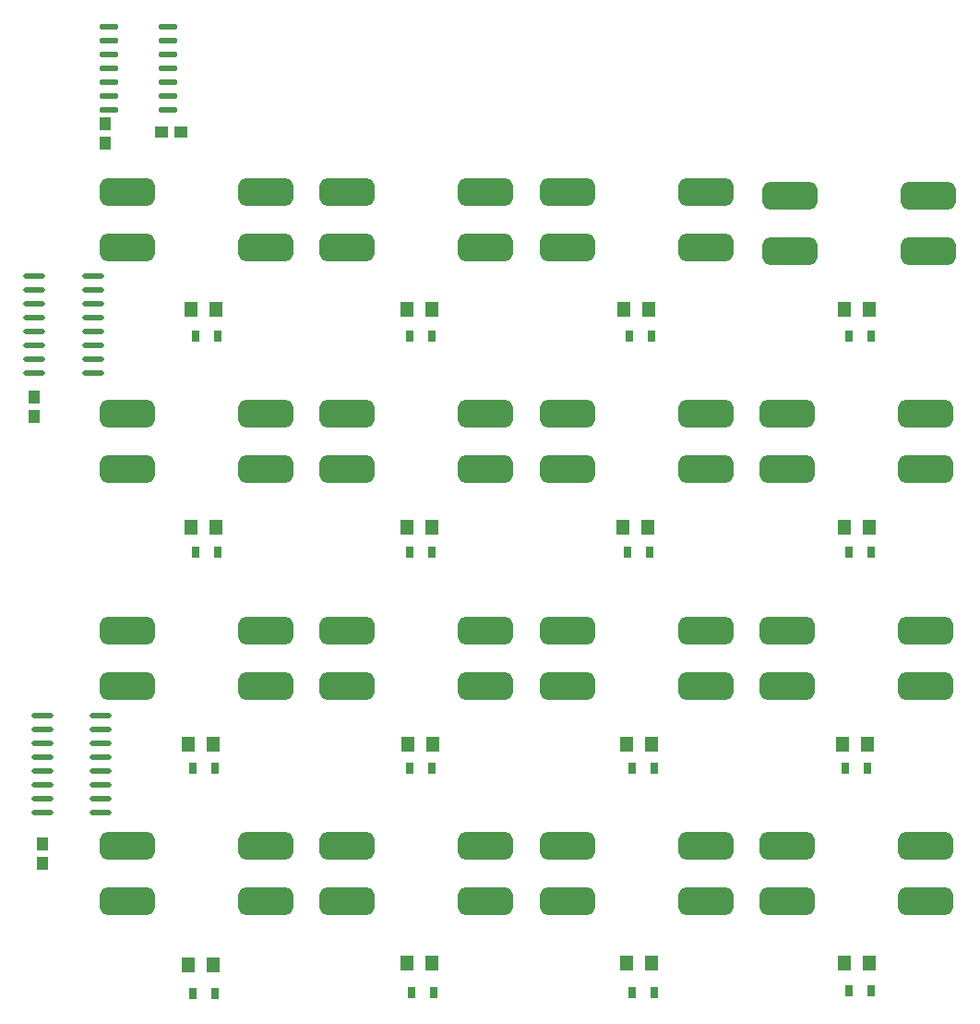
<source format=gtp>
G04*
G04 #@! TF.GenerationSoftware,Altium Limited,Altium Designer,20.0.13 (296)*
G04*
G04 Layer_Color=8421504*
%FSTAX24Y24*%
%MOIN*%
G70*
G01*
G75*
%ADD21R,0.0433X0.0472*%
%ADD22O,0.0709X0.0217*%
%ADD23R,0.0472X0.0433*%
%ADD24R,0.0500X0.0550*%
%ADD25R,0.0315X0.0433*%
G04:AMPARAMS|DCode=26|XSize=196.9mil|YSize=100mil|CornerRadius=25mil|HoleSize=0mil|Usage=FLASHONLY|Rotation=180.000|XOffset=0mil|YOffset=0mil|HoleType=Round|Shape=RoundedRectangle|*
%AMROUNDEDRECTD26*
21,1,0.1969,0.0500,0,0,180.0*
21,1,0.1468,0.1000,0,0,180.0*
1,1,0.0500,-0.0734,0.0250*
1,1,0.0500,0.0734,0.0250*
1,1,0.0500,0.0734,-0.0250*
1,1,0.0500,-0.0734,-0.0250*
%
%ADD26ROUNDEDRECTD26*%
%ADD27O,0.0787X0.0217*%
D21*
X01775Y0505D02*
D03*
Y0512D02*
D03*
X01805Y03505D02*
D03*
Y03435D02*
D03*
X0203Y06105D02*
D03*
Y06035D02*
D03*
D22*
X020437Y06455D02*
D03*
Y06405D02*
D03*
Y06355D02*
D03*
Y06305D02*
D03*
Y06255D02*
D03*
Y06205D02*
D03*
Y06155D02*
D03*
X022563Y06455D02*
D03*
Y06405D02*
D03*
Y06355D02*
D03*
Y06305D02*
D03*
Y06255D02*
D03*
Y06205D02*
D03*
Y06155D02*
D03*
D23*
X02305Y06075D02*
D03*
X02235D02*
D03*
D24*
X0233Y0307D02*
D03*
X0242D02*
D03*
X0234Y05435D02*
D03*
X0243D02*
D03*
X047009D02*
D03*
X047909D02*
D03*
X04695Y03865D02*
D03*
X04785D02*
D03*
X047Y0465D02*
D03*
X0479D02*
D03*
X039D02*
D03*
X0399D02*
D03*
X0312D02*
D03*
X0321D02*
D03*
X03905Y05435D02*
D03*
X03995D02*
D03*
X0233Y03865D02*
D03*
X0242D02*
D03*
X047Y03075D02*
D03*
X0479D02*
D03*
X03915D02*
D03*
X04005D02*
D03*
X0312D02*
D03*
X0321D02*
D03*
X03125Y03865D02*
D03*
X03215D02*
D03*
X03915D02*
D03*
X04005D02*
D03*
X0234Y0465D02*
D03*
X0243D02*
D03*
X0312Y05435D02*
D03*
X0321D02*
D03*
D25*
X02347Y02965D02*
D03*
X02427D02*
D03*
X02357Y0534D02*
D03*
X02437D02*
D03*
X04718D02*
D03*
X04798D02*
D03*
X04705Y0378D02*
D03*
X04785D02*
D03*
X03917Y0456D02*
D03*
X03997D02*
D03*
X02357D02*
D03*
X02437D02*
D03*
X0313D02*
D03*
X0321D02*
D03*
X0313Y0534D02*
D03*
X0321D02*
D03*
X04717Y02975D02*
D03*
X04797D02*
D03*
X03932Y0297D02*
D03*
X04012D02*
D03*
X03137D02*
D03*
X03217D02*
D03*
X0313Y0378D02*
D03*
X0321D02*
D03*
X03932D02*
D03*
X04012D02*
D03*
X02347D02*
D03*
X02427D02*
D03*
X04718Y0456D02*
D03*
X04798D02*
D03*
X03922Y0534D02*
D03*
X04002D02*
D03*
D26*
X0211Y0566D02*
D03*
Y0586D02*
D03*
X0261D02*
D03*
Y0566D02*
D03*
X0211Y033D02*
D03*
Y035D02*
D03*
X0261D02*
D03*
Y033D02*
D03*
X037D02*
D03*
Y035D02*
D03*
X042D02*
D03*
Y033D02*
D03*
X02905D02*
D03*
Y035D02*
D03*
X03405D02*
D03*
Y033D02*
D03*
X02905Y0566D02*
D03*
Y0586D02*
D03*
X03405D02*
D03*
Y0566D02*
D03*
X037D02*
D03*
Y0586D02*
D03*
X042D02*
D03*
Y0566D02*
D03*
X0211Y0486D02*
D03*
Y0506D02*
D03*
X0261D02*
D03*
Y0486D02*
D03*
X02905D02*
D03*
Y0506D02*
D03*
X03405D02*
D03*
Y0486D02*
D03*
X037D02*
D03*
Y0506D02*
D03*
X042D02*
D03*
Y0486D02*
D03*
X04495D02*
D03*
Y0506D02*
D03*
X04995D02*
D03*
Y0486D02*
D03*
X0211Y04075D02*
D03*
Y04275D02*
D03*
X0261D02*
D03*
Y04075D02*
D03*
X02905D02*
D03*
Y04275D02*
D03*
X03405D02*
D03*
Y04075D02*
D03*
X037D02*
D03*
Y04275D02*
D03*
X042D02*
D03*
Y04075D02*
D03*
X04495D02*
D03*
Y04275D02*
D03*
X04995D02*
D03*
Y04075D02*
D03*
X04495Y033D02*
D03*
Y035D02*
D03*
X04995D02*
D03*
Y033D02*
D03*
X04505Y05645D02*
D03*
Y05845D02*
D03*
X05005D02*
D03*
Y05645D02*
D03*
D27*
X018024Y0397D02*
D03*
Y0392D02*
D03*
Y0387D02*
D03*
Y0382D02*
D03*
Y0377D02*
D03*
Y0372D02*
D03*
Y0367D02*
D03*
Y0362D02*
D03*
X02015Y0397D02*
D03*
Y0392D02*
D03*
Y0387D02*
D03*
Y0382D02*
D03*
Y0377D02*
D03*
Y0372D02*
D03*
Y0367D02*
D03*
Y0362D02*
D03*
X017737Y05555D02*
D03*
Y05505D02*
D03*
Y05455D02*
D03*
Y05405D02*
D03*
Y05355D02*
D03*
Y05305D02*
D03*
Y05255D02*
D03*
Y05205D02*
D03*
X019863Y05555D02*
D03*
Y05505D02*
D03*
Y05455D02*
D03*
Y05405D02*
D03*
Y05355D02*
D03*
Y05305D02*
D03*
Y05255D02*
D03*
Y05205D02*
D03*
M02*

</source>
